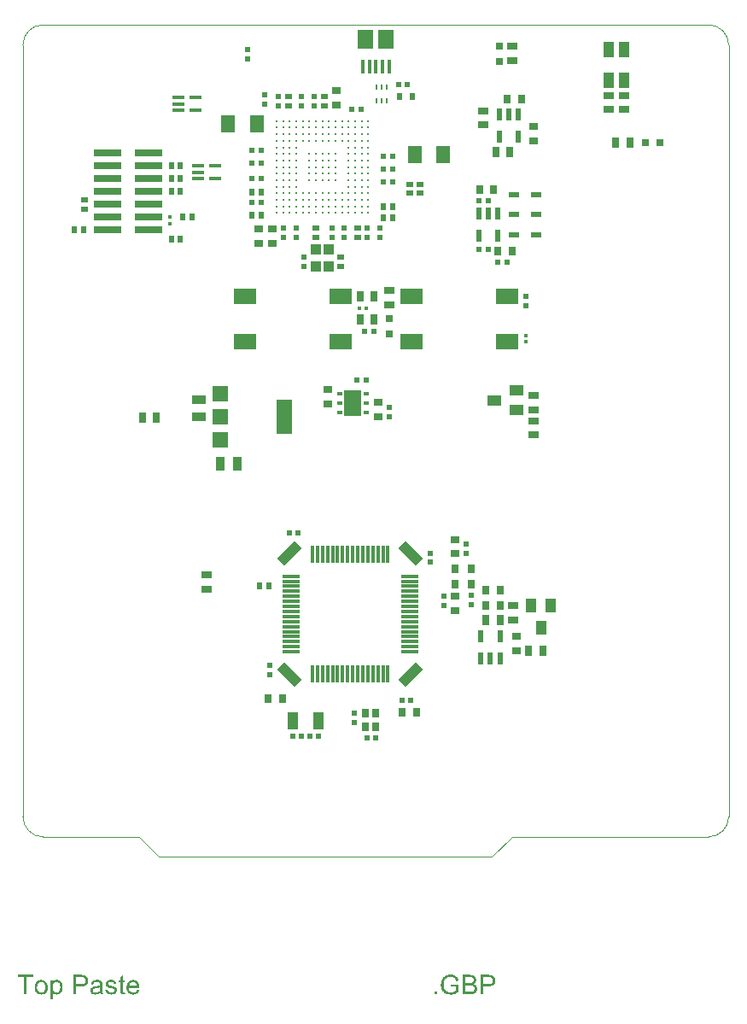
<source format=gtp>
G04 Layer_Color=33789*
%FSLAX43Y43*%
%MOMM*%
G71*
G01*
G75*
%ADD10R,1.000X0.640*%
%ADD11R,0.640X1.000*%
%ADD12R,1.000X0.640*%
%ADD13C,0.100*%
%ADD14R,1.000X0.640*%
%ADD15R,0.560X0.510*%
%ADD16R,1.200X0.400*%
%ADD17R,0.330X0.425*%
%ADD18R,0.425X0.330*%
%ADD19R,0.640X1.000*%
%ADD20R,0.640X0.890*%
%ADD21R,0.510X0.560*%
%ADD22R,0.890X0.640*%
%ADD23R,0.800X0.950*%
%ADD24R,0.800X0.800*%
%ADD25R,0.510X0.700*%
%ADD26R,1.400X0.900*%
%ADD27R,0.700X0.510*%
%ADD28R,1.060X0.540*%
%ADD29R,1.000X1.400*%
%ADD30R,1.400X1.780*%
%ADD31R,0.900X1.400*%
%ADD32R,2.790X0.740*%
%ADD33R,0.400X1.350*%
%ADD34R,1.500X1.900*%
%ADD35R,0.750X0.850*%
%ADD36R,1.000X1.800*%
%ADD37R,0.550X0.800*%
%ADD38R,0.250X0.600*%
%ADD39R,0.500X0.450*%
%ADD40R,1.700X2.500*%
%ADD41R,1.700X0.300*%
%ADD42R,0.300X1.700*%
G04:AMPARAMS|DCode=43|XSize=1mm|YSize=2.5mm|CornerRadius=0mm|HoleSize=0mm|Usage=FLASHONLY|Rotation=225.000|XOffset=0mm|YOffset=0mm|HoleType=Round|Shape=Rectangle|*
%AMROTATEDRECTD43*
4,1,4,-0.530,1.237,1.237,-0.530,0.530,-1.237,-1.237,0.530,-0.530,1.237,0.0*
%
%ADD43ROTATEDRECTD43*%

G04:AMPARAMS|DCode=44|XSize=1mm|YSize=2.5mm|CornerRadius=0mm|HoleSize=0mm|Usage=FLASHONLY|Rotation=135.000|XOffset=0mm|YOffset=0mm|HoleType=Round|Shape=Rectangle|*
%AMROTATEDRECTD44*
4,1,4,1.237,0.530,-0.530,-1.237,-1.237,-0.530,0.530,1.237,1.237,0.530,0.0*
%
%ADD44ROTATEDRECTD44*%

%ADD45R,0.600X1.300*%
%ADD46C,0.250*%
%ADD47R,0.800X0.800*%
%ADD48R,1.100X1.500*%
%ADD49R,1.400X1.000*%
%ADD50R,1.000X1.000*%
%ADD51R,1.650X1.500*%
%ADD52R,1.650X3.500*%
%ADD53R,2.160X1.520*%
G36*
X10974Y-12186D02*
X10996Y-12188D01*
X11024Y-12194D01*
X11054Y-12199D01*
X11090Y-12208D01*
X11124Y-12216D01*
X11163Y-12230D01*
X11199Y-12244D01*
X11238Y-12263D01*
X11276Y-12286D01*
X11315Y-12311D01*
X11351Y-12341D01*
X11385Y-12374D01*
X11388Y-12377D01*
X11393Y-12383D01*
X11401Y-12394D01*
X11413Y-12410D01*
X11426Y-12430D01*
X11440Y-12452D01*
X11457Y-12480D01*
X11474Y-12513D01*
X11490Y-12549D01*
X11507Y-12588D01*
X11521Y-12633D01*
X11535Y-12680D01*
X11546Y-12732D01*
X11554Y-12788D01*
X11560Y-12846D01*
X11562Y-12910D01*
Y-12913D01*
Y-12924D01*
Y-12943D01*
X11560Y-12971D01*
X10519D01*
Y-12974D01*
Y-12982D01*
X10521Y-12993D01*
Y-13010D01*
X10524Y-13030D01*
X10530Y-13052D01*
X10538Y-13102D01*
X10555Y-13157D01*
X10577Y-13218D01*
X10607Y-13274D01*
X10646Y-13324D01*
X10649D01*
X10652Y-13329D01*
X10669Y-13343D01*
X10693Y-13363D01*
X10727Y-13382D01*
X10771Y-13404D01*
X10821Y-13424D01*
X10877Y-13438D01*
X10907Y-13440D01*
X10941Y-13443D01*
X10963D01*
X10988Y-13440D01*
X11018Y-13435D01*
X11052Y-13427D01*
X11090Y-13415D01*
X11127Y-13399D01*
X11163Y-13377D01*
X11165Y-13374D01*
X11179Y-13363D01*
X11196Y-13346D01*
X11215Y-13324D01*
X11238Y-13293D01*
X11263Y-13254D01*
X11288Y-13210D01*
X11310Y-13157D01*
X11554Y-13188D01*
Y-13191D01*
X11551Y-13196D01*
X11549Y-13207D01*
X11543Y-13224D01*
X11535Y-13241D01*
X11526Y-13263D01*
X11504Y-13310D01*
X11476Y-13363D01*
X11438Y-13418D01*
X11393Y-13471D01*
X11338Y-13521D01*
X11335D01*
X11329Y-13526D01*
X11321Y-13532D01*
X11310Y-13540D01*
X11293Y-13549D01*
X11276Y-13557D01*
X11254Y-13568D01*
X11229Y-13579D01*
X11202Y-13590D01*
X11174Y-13601D01*
X11104Y-13618D01*
X11027Y-13632D01*
X10941Y-13638D01*
X10910D01*
X10891Y-13635D01*
X10866Y-13632D01*
X10835Y-13626D01*
X10802Y-13621D01*
X10766Y-13615D01*
X10688Y-13593D01*
X10646Y-13576D01*
X10607Y-13560D01*
X10566Y-13538D01*
X10527Y-13513D01*
X10491Y-13485D01*
X10455Y-13452D01*
X10452Y-13449D01*
X10446Y-13443D01*
X10438Y-13432D01*
X10427Y-13415D01*
X10413Y-13396D01*
X10399Y-13374D01*
X10383Y-13346D01*
X10366Y-13316D01*
X10349Y-13279D01*
X10333Y-13241D01*
X10319Y-13196D01*
X10305Y-13149D01*
X10294Y-13099D01*
X10285Y-13043D01*
X10280Y-12985D01*
X10277Y-12924D01*
Y-12921D01*
Y-12907D01*
Y-12891D01*
X10280Y-12866D01*
X10283Y-12835D01*
X10285Y-12802D01*
X10291Y-12763D01*
X10299Y-12724D01*
X10321Y-12635D01*
X10335Y-12591D01*
X10352Y-12544D01*
X10374Y-12499D01*
X10399Y-12458D01*
X10427Y-12416D01*
X10458Y-12377D01*
X10460Y-12374D01*
X10466Y-12369D01*
X10477Y-12360D01*
X10491Y-12347D01*
X10507Y-12333D01*
X10530Y-12316D01*
X10555Y-12297D01*
X10585Y-12280D01*
X10616Y-12261D01*
X10652Y-12244D01*
X10691Y-12227D01*
X10732Y-12213D01*
X10777Y-12199D01*
X10824Y-12191D01*
X10874Y-12186D01*
X10927Y-12183D01*
X10954D01*
X10974Y-12186D01*
D02*
G37*
G36*
X1860D02*
X1885Y-12188D01*
X1912Y-12194D01*
X1943Y-12199D01*
X1979Y-12205D01*
X2054Y-12230D01*
X2093Y-12244D01*
X2132Y-12263D01*
X2171Y-12283D01*
X2209Y-12311D01*
X2245Y-12338D01*
X2282Y-12372D01*
X2284Y-12374D01*
X2290Y-12380D01*
X2298Y-12391D01*
X2309Y-12405D01*
X2323Y-12424D01*
X2340Y-12449D01*
X2356Y-12477D01*
X2373Y-12508D01*
X2390Y-12541D01*
X2406Y-12583D01*
X2423Y-12624D01*
X2437Y-12671D01*
X2448Y-12721D01*
X2456Y-12774D01*
X2462Y-12830D01*
X2465Y-12891D01*
Y-12894D01*
Y-12902D01*
Y-12916D01*
Y-12935D01*
X2462Y-12957D01*
X2459Y-12985D01*
Y-13013D01*
X2454Y-13043D01*
X2445Y-13113D01*
X2429Y-13182D01*
X2409Y-13252D01*
X2381Y-13316D01*
Y-13318D01*
X2379Y-13321D01*
X2373Y-13329D01*
X2368Y-13340D01*
X2348Y-13368D01*
X2323Y-13402D01*
X2290Y-13440D01*
X2248Y-13479D01*
X2201Y-13518D01*
X2146Y-13554D01*
X2143D01*
X2140Y-13557D01*
X2132Y-13563D01*
X2118Y-13568D01*
X2104Y-13574D01*
X2087Y-13579D01*
X2046Y-13596D01*
X1998Y-13610D01*
X1940Y-13624D01*
X1879Y-13635D01*
X1812Y-13638D01*
X1785D01*
X1762Y-13635D01*
X1737Y-13632D01*
X1710Y-13626D01*
X1676Y-13621D01*
X1643Y-13615D01*
X1568Y-13593D01*
X1526Y-13576D01*
X1488Y-13560D01*
X1449Y-13538D01*
X1410Y-13513D01*
X1374Y-13485D01*
X1338Y-13452D01*
X1335Y-13449D01*
X1329Y-13443D01*
X1321Y-13432D01*
X1310Y-13415D01*
X1296Y-13396D01*
X1282Y-13374D01*
X1265Y-13346D01*
X1249Y-13313D01*
X1232Y-13277D01*
X1215Y-13235D01*
X1202Y-13191D01*
X1188Y-13143D01*
X1177Y-13091D01*
X1168Y-13035D01*
X1163Y-12974D01*
X1160Y-12910D01*
Y-12905D01*
Y-12894D01*
X1163Y-12874D01*
Y-12846D01*
X1166Y-12816D01*
X1171Y-12777D01*
X1177Y-12738D01*
X1188Y-12694D01*
X1199Y-12649D01*
X1213Y-12602D01*
X1229Y-12552D01*
X1252Y-12505D01*
X1274Y-12460D01*
X1304Y-12416D01*
X1335Y-12374D01*
X1374Y-12338D01*
X1377Y-12335D01*
X1382Y-12333D01*
X1393Y-12324D01*
X1407Y-12313D01*
X1424Y-12302D01*
X1446Y-12288D01*
X1468Y-12274D01*
X1496Y-12261D01*
X1526Y-12247D01*
X1560Y-12233D01*
X1635Y-12208D01*
X1721Y-12188D01*
X1765Y-12186D01*
X1812Y-12183D01*
X1840D01*
X1860Y-12186D01*
D02*
G37*
G36*
X1016Y-11914D02*
X383D01*
Y-13607D01*
X127D01*
Y-11914D01*
X-506D01*
Y-11686D01*
X1016D01*
Y-11914D01*
D02*
G37*
G36*
X9886Y-12213D02*
X10124D01*
Y-12397D01*
X9886D01*
Y-13216D01*
Y-13221D01*
Y-13232D01*
Y-13249D01*
X9888Y-13268D01*
X9891Y-13313D01*
X9894Y-13332D01*
X9897Y-13346D01*
X9899Y-13352D01*
X9908Y-13363D01*
X9919Y-13377D01*
X9938Y-13390D01*
X9944Y-13393D01*
X9958Y-13399D01*
X9983Y-13404D01*
X10019Y-13407D01*
X10047D01*
X10061Y-13404D01*
X10080D01*
X10102Y-13402D01*
X10124Y-13399D01*
X10155Y-13607D01*
X10149D01*
X10138Y-13610D01*
X10119Y-13613D01*
X10094Y-13615D01*
X10066Y-13621D01*
X10036Y-13624D01*
X9974Y-13626D01*
X9952D01*
X9930Y-13624D01*
X9902Y-13621D01*
X9869Y-13618D01*
X9836Y-13610D01*
X9805Y-13601D01*
X9775Y-13588D01*
X9772Y-13585D01*
X9763Y-13579D01*
X9752Y-13571D01*
X9736Y-13557D01*
X9722Y-13543D01*
X9705Y-13524D01*
X9689Y-13504D01*
X9677Y-13479D01*
Y-13477D01*
X9672Y-13465D01*
X9669Y-13446D01*
X9664Y-13418D01*
X9658Y-13382D01*
X9655Y-13360D01*
Y-13335D01*
X9652Y-13304D01*
X9650Y-13274D01*
Y-13241D01*
Y-13202D01*
Y-12397D01*
X9475D01*
Y-12213D01*
X9650D01*
Y-11869D01*
X9886Y-11727D01*
Y-12213D01*
D02*
G37*
G36*
X44370Y-11689D02*
X44392D01*
X44442Y-11694D01*
X44498Y-11700D01*
X44556Y-11711D01*
X44614Y-11725D01*
X44667Y-11744D01*
X44670D01*
X44673Y-11747D01*
X44689Y-11755D01*
X44714Y-11769D01*
X44742Y-11789D01*
X44775Y-11814D01*
X44812Y-11844D01*
X44845Y-11883D01*
X44875Y-11925D01*
X44878Y-11930D01*
X44886Y-11947D01*
X44900Y-11969D01*
X44914Y-12002D01*
X44928Y-12041D01*
X44942Y-12083D01*
X44950Y-12130D01*
X44953Y-12177D01*
Y-12183D01*
Y-12197D01*
X44950Y-12222D01*
X44945Y-12252D01*
X44936Y-12288D01*
X44923Y-12327D01*
X44906Y-12366D01*
X44884Y-12408D01*
X44881Y-12413D01*
X44873Y-12424D01*
X44856Y-12447D01*
X44834Y-12469D01*
X44806Y-12497D01*
X44773Y-12527D01*
X44731Y-12555D01*
X44684Y-12583D01*
X44687D01*
X44692Y-12585D01*
X44700Y-12588D01*
X44712Y-12594D01*
X44745Y-12605D01*
X44784Y-12624D01*
X44825Y-12649D01*
X44873Y-12680D01*
X44914Y-12716D01*
X44953Y-12760D01*
X44956Y-12766D01*
X44967Y-12782D01*
X44984Y-12807D01*
X45000Y-12841D01*
X45017Y-12885D01*
X45034Y-12932D01*
X45045Y-12988D01*
X45048Y-13049D01*
Y-13052D01*
Y-13055D01*
Y-13071D01*
X45045Y-13099D01*
X45039Y-13132D01*
X45034Y-13171D01*
X45023Y-13213D01*
X45009Y-13257D01*
X44989Y-13302D01*
X44986Y-13307D01*
X44978Y-13321D01*
X44967Y-13340D01*
X44950Y-13368D01*
X44928Y-13396D01*
X44906Y-13427D01*
X44878Y-13457D01*
X44848Y-13482D01*
X44845Y-13485D01*
X44834Y-13493D01*
X44814Y-13504D01*
X44789Y-13515D01*
X44759Y-13532D01*
X44723Y-13549D01*
X44684Y-13563D01*
X44637Y-13576D01*
X44631D01*
X44614Y-13582D01*
X44587Y-13585D01*
X44551Y-13590D01*
X44506Y-13596D01*
X44453Y-13601D01*
X44395Y-13604D01*
X44328Y-13607D01*
X43596D01*
Y-11686D01*
X44351D01*
X44370Y-11689D01*
D02*
G37*
G36*
X41078Y-13607D02*
X40808D01*
Y-13338D01*
X41078D01*
Y-13607D01*
D02*
G37*
G36*
X42466Y-11655D02*
X42488D01*
X42541Y-11661D01*
X42599Y-11669D01*
X42660Y-11683D01*
X42727Y-11700D01*
X42790Y-11722D01*
X42793D01*
X42799Y-11725D01*
X42807Y-11727D01*
X42818Y-11733D01*
X42849Y-11750D01*
X42888Y-11769D01*
X42929Y-11797D01*
X42974Y-11830D01*
X43015Y-11866D01*
X43054Y-11911D01*
X43060Y-11916D01*
X43071Y-11933D01*
X43088Y-11958D01*
X43110Y-11994D01*
X43132Y-12038D01*
X43157Y-12094D01*
X43182Y-12155D01*
X43201Y-12224D01*
X42971Y-12286D01*
Y-12283D01*
X42968Y-12280D01*
X42965Y-12272D01*
X42963Y-12261D01*
X42954Y-12236D01*
X42943Y-12202D01*
X42926Y-12163D01*
X42907Y-12127D01*
X42888Y-12088D01*
X42863Y-12055D01*
X42860Y-12052D01*
X42852Y-12041D01*
X42835Y-12027D01*
X42815Y-12008D01*
X42790Y-11986D01*
X42757Y-11963D01*
X42721Y-11941D01*
X42679Y-11922D01*
X42674Y-11919D01*
X42660Y-11914D01*
X42635Y-11905D01*
X42602Y-11894D01*
X42563Y-11886D01*
X42518Y-11877D01*
X42468Y-11872D01*
X42416Y-11869D01*
X42385D01*
X42371Y-11872D01*
X42355D01*
X42313Y-11875D01*
X42266Y-11883D01*
X42213Y-11891D01*
X42163Y-11905D01*
X42113Y-11925D01*
X42107Y-11927D01*
X42091Y-11933D01*
X42069Y-11947D01*
X42041Y-11961D01*
X42008Y-11983D01*
X41971Y-12005D01*
X41938Y-12033D01*
X41908Y-12063D01*
X41905Y-12066D01*
X41894Y-12077D01*
X41880Y-12097D01*
X41863Y-12119D01*
X41844Y-12147D01*
X41824Y-12180D01*
X41805Y-12216D01*
X41785Y-12255D01*
Y-12258D01*
X41783Y-12263D01*
X41780Y-12272D01*
X41774Y-12286D01*
X41769Y-12302D01*
X41763Y-12322D01*
X41755Y-12344D01*
X41749Y-12369D01*
X41735Y-12427D01*
X41724Y-12494D01*
X41716Y-12563D01*
X41713Y-12641D01*
Y-12644D01*
Y-12652D01*
Y-12666D01*
X41716Y-12683D01*
Y-12705D01*
X41719Y-12732D01*
X41722Y-12760D01*
X41724Y-12791D01*
X41735Y-12860D01*
X41749Y-12932D01*
X41772Y-13005D01*
X41799Y-13074D01*
Y-13077D01*
X41805Y-13082D01*
X41808Y-13091D01*
X41816Y-13102D01*
X41835Y-13132D01*
X41866Y-13171D01*
X41902Y-13213D01*
X41946Y-13254D01*
X41999Y-13293D01*
X42058Y-13329D01*
X42060D01*
X42066Y-13332D01*
X42074Y-13338D01*
X42088Y-13343D01*
X42102Y-13349D01*
X42121Y-13354D01*
X42166Y-13371D01*
X42221Y-13385D01*
X42282Y-13399D01*
X42349Y-13410D01*
X42418Y-13413D01*
X42446D01*
X42463Y-13410D01*
X42480D01*
X42521Y-13404D01*
X42571Y-13399D01*
X42624Y-13388D01*
X42682Y-13371D01*
X42740Y-13352D01*
X42743D01*
X42749Y-13349D01*
X42754Y-13346D01*
X42765Y-13340D01*
X42796Y-13327D01*
X42829Y-13310D01*
X42868Y-13291D01*
X42910Y-13268D01*
X42949Y-13243D01*
X42982Y-13216D01*
Y-12855D01*
X42416D01*
Y-12627D01*
X43232D01*
Y-13340D01*
X43229Y-13343D01*
X43224Y-13346D01*
X43212Y-13354D01*
X43199Y-13365D01*
X43182Y-13377D01*
X43162Y-13390D01*
X43137Y-13407D01*
X43112Y-13424D01*
X43054Y-13460D01*
X42988Y-13499D01*
X42918Y-13535D01*
X42843Y-13565D01*
X42840D01*
X42835Y-13568D01*
X42824Y-13571D01*
X42810Y-13576D01*
X42790Y-13582D01*
X42768Y-13590D01*
X42743Y-13596D01*
X42718Y-13601D01*
X42657Y-13615D01*
X42588Y-13629D01*
X42513Y-13638D01*
X42435Y-13640D01*
X42407D01*
X42388Y-13638D01*
X42363D01*
X42332Y-13635D01*
X42299Y-13629D01*
X42263Y-13626D01*
X42182Y-13610D01*
X42096Y-13590D01*
X42008Y-13560D01*
X41963Y-13543D01*
X41919Y-13521D01*
X41916Y-13518D01*
X41908Y-13515D01*
X41896Y-13507D01*
X41880Y-13499D01*
X41860Y-13485D01*
X41841Y-13471D01*
X41788Y-13432D01*
X41733Y-13382D01*
X41674Y-13321D01*
X41619Y-13252D01*
X41569Y-13171D01*
Y-13168D01*
X41563Y-13160D01*
X41558Y-13149D01*
X41549Y-13129D01*
X41541Y-13110D01*
X41533Y-13082D01*
X41522Y-13055D01*
X41511Y-13021D01*
X41500Y-12985D01*
X41488Y-12943D01*
X41480Y-12902D01*
X41472Y-12857D01*
X41458Y-12760D01*
X41452Y-12658D01*
Y-12655D01*
Y-12644D01*
Y-12630D01*
X41455Y-12610D01*
Y-12585D01*
X41458Y-12555D01*
X41463Y-12524D01*
X41466Y-12488D01*
X41475Y-12449D01*
X41480Y-12408D01*
X41502Y-12319D01*
X41530Y-12227D01*
X41569Y-12136D01*
X41572Y-12133D01*
X41574Y-12125D01*
X41580Y-12113D01*
X41591Y-12097D01*
X41602Y-12075D01*
X41616Y-12052D01*
X41655Y-12000D01*
X41702Y-11938D01*
X41760Y-11880D01*
X41827Y-11822D01*
X41866Y-11797D01*
X41905Y-11772D01*
X41908Y-11769D01*
X41916Y-11766D01*
X41927Y-11761D01*
X41944Y-11752D01*
X41966Y-11744D01*
X41991Y-11733D01*
X42019Y-11722D01*
X42052Y-11711D01*
X42088Y-11700D01*
X42127Y-11691D01*
X42169Y-11680D01*
X42213Y-11672D01*
X42310Y-11658D01*
X42360Y-11653D01*
X42449D01*
X42466Y-11655D01*
D02*
G37*
G36*
X46227Y-11689D02*
X46275Y-11691D01*
X46325Y-11694D01*
X46372Y-11700D01*
X46413Y-11705D01*
X46419D01*
X46438Y-11711D01*
X46463Y-11716D01*
X46497Y-11725D01*
X46533Y-11739D01*
X46572Y-11755D01*
X46613Y-11775D01*
X46649Y-11797D01*
X46655Y-11800D01*
X46666Y-11808D01*
X46683Y-11825D01*
X46705Y-11844D01*
X46730Y-11869D01*
X46755Y-11902D01*
X46783Y-11938D01*
X46805Y-11980D01*
X46808Y-11986D01*
X46813Y-12000D01*
X46824Y-12025D01*
X46835Y-12058D01*
X46844Y-12097D01*
X46855Y-12141D01*
X46860Y-12191D01*
X46863Y-12244D01*
Y-12247D01*
Y-12255D01*
Y-12266D01*
X46860Y-12286D01*
X46858Y-12305D01*
X46855Y-12330D01*
X46849Y-12358D01*
X46844Y-12388D01*
X46824Y-12452D01*
X46813Y-12485D01*
X46797Y-12521D01*
X46777Y-12558D01*
X46758Y-12591D01*
X46733Y-12624D01*
X46705Y-12658D01*
X46702Y-12660D01*
X46697Y-12666D01*
X46688Y-12674D01*
X46674Y-12683D01*
X46658Y-12696D01*
X46636Y-12710D01*
X46608Y-12727D01*
X46577Y-12741D01*
X46541Y-12757D01*
X46499Y-12774D01*
X46455Y-12788D01*
X46402Y-12799D01*
X46347Y-12810D01*
X46286Y-12819D01*
X46216Y-12824D01*
X46144Y-12827D01*
X45653D01*
Y-13607D01*
X45397D01*
Y-11686D01*
X46186D01*
X46227Y-11689D01*
D02*
G37*
G36*
X5843D02*
X5891Y-11691D01*
X5941Y-11694D01*
X5988Y-11700D01*
X6029Y-11705D01*
X6035D01*
X6054Y-11711D01*
X6079Y-11716D01*
X6113Y-11725D01*
X6149Y-11739D01*
X6188Y-11755D01*
X6229Y-11775D01*
X6265Y-11797D01*
X6271Y-11800D01*
X6282Y-11808D01*
X6299Y-11825D01*
X6321Y-11844D01*
X6346Y-11869D01*
X6371Y-11902D01*
X6399Y-11938D01*
X6421Y-11980D01*
X6424Y-11986D01*
X6429Y-12000D01*
X6440Y-12025D01*
X6451Y-12058D01*
X6460Y-12097D01*
X6471Y-12141D01*
X6476Y-12191D01*
X6479Y-12244D01*
Y-12247D01*
Y-12255D01*
Y-12266D01*
X6476Y-12286D01*
X6474Y-12305D01*
X6471Y-12330D01*
X6465Y-12358D01*
X6460Y-12388D01*
X6440Y-12452D01*
X6429Y-12485D01*
X6413Y-12521D01*
X6393Y-12558D01*
X6374Y-12591D01*
X6349Y-12624D01*
X6321Y-12658D01*
X6318Y-12660D01*
X6313Y-12666D01*
X6304Y-12674D01*
X6290Y-12683D01*
X6274Y-12696D01*
X6252Y-12710D01*
X6224Y-12727D01*
X6193Y-12741D01*
X6157Y-12757D01*
X6115Y-12774D01*
X6071Y-12788D01*
X6018Y-12799D01*
X5963Y-12810D01*
X5902Y-12819D01*
X5832Y-12824D01*
X5760Y-12827D01*
X5269D01*
Y-13607D01*
X5013D01*
Y-11686D01*
X5802D01*
X5843Y-11689D01*
D02*
G37*
G36*
X8781Y-12186D02*
X8822Y-12188D01*
X8867Y-12194D01*
X8914Y-12205D01*
X8964Y-12216D01*
X9011Y-12233D01*
X9014D01*
X9017Y-12236D01*
X9031Y-12241D01*
X9053Y-12252D01*
X9081Y-12266D01*
X9111Y-12286D01*
X9142Y-12308D01*
X9169Y-12333D01*
X9194Y-12360D01*
X9197Y-12363D01*
X9203Y-12374D01*
X9214Y-12394D01*
X9228Y-12416D01*
X9242Y-12449D01*
X9255Y-12485D01*
X9267Y-12527D01*
X9278Y-12574D01*
X9047Y-12605D01*
Y-12599D01*
X9044Y-12588D01*
X9039Y-12569D01*
X9031Y-12544D01*
X9017Y-12519D01*
X9000Y-12491D01*
X8981Y-12463D01*
X8953Y-12438D01*
X8950Y-12435D01*
X8939Y-12430D01*
X8922Y-12419D01*
X8897Y-12408D01*
X8870Y-12397D01*
X8833Y-12385D01*
X8789Y-12380D01*
X8742Y-12377D01*
X8714D01*
X8686Y-12380D01*
X8650Y-12383D01*
X8614Y-12391D01*
X8575Y-12399D01*
X8539Y-12413D01*
X8509Y-12433D01*
X8506Y-12435D01*
X8498Y-12441D01*
X8486Y-12452D01*
X8475Y-12469D01*
X8461Y-12485D01*
X8450Y-12508D01*
X8442Y-12533D01*
X8439Y-12558D01*
Y-12560D01*
Y-12566D01*
X8442Y-12574D01*
Y-12585D01*
X8450Y-12613D01*
X8467Y-12641D01*
X8470Y-12644D01*
X8473Y-12646D01*
X8478Y-12655D01*
X8489Y-12663D01*
X8500Y-12671D01*
X8517Y-12683D01*
X8536Y-12691D01*
X8559Y-12702D01*
X8561D01*
X8567Y-12705D01*
X8578Y-12708D01*
X8597Y-12716D01*
X8625Y-12724D01*
X8661Y-12732D01*
X8684Y-12741D01*
X8708Y-12746D01*
X8736Y-12755D01*
X8767Y-12763D01*
X8770D01*
X8778Y-12766D01*
X8792Y-12769D01*
X8808Y-12774D01*
X8828Y-12780D01*
X8853Y-12785D01*
X8906Y-12802D01*
X8964Y-12819D01*
X9022Y-12838D01*
X9075Y-12857D01*
X9097Y-12866D01*
X9117Y-12874D01*
X9122Y-12877D01*
X9133Y-12882D01*
X9150Y-12891D01*
X9175Y-12905D01*
X9200Y-12921D01*
X9225Y-12943D01*
X9250Y-12968D01*
X9272Y-12996D01*
X9275Y-12999D01*
X9280Y-13010D01*
X9292Y-13027D01*
X9303Y-13052D01*
X9311Y-13082D01*
X9322Y-13116D01*
X9328Y-13154D01*
X9330Y-13199D01*
Y-13204D01*
Y-13218D01*
X9328Y-13241D01*
X9322Y-13271D01*
X9314Y-13304D01*
X9300Y-13340D01*
X9283Y-13382D01*
X9261Y-13421D01*
X9258Y-13427D01*
X9247Y-13438D01*
X9233Y-13457D01*
X9211Y-13479D01*
X9180Y-13504D01*
X9147Y-13532D01*
X9108Y-13557D01*
X9061Y-13582D01*
X9058D01*
X9056Y-13585D01*
X9039Y-13590D01*
X9011Y-13599D01*
X8975Y-13610D01*
X8931Y-13621D01*
X8881Y-13629D01*
X8828Y-13635D01*
X8767Y-13638D01*
X8742D01*
X8722Y-13635D01*
X8700D01*
X8672Y-13632D01*
X8645Y-13629D01*
X8614Y-13624D01*
X8547Y-13610D01*
X8478Y-13590D01*
X8411Y-13563D01*
X8381Y-13546D01*
X8353Y-13526D01*
X8350Y-13524D01*
X8348Y-13521D01*
X8331Y-13504D01*
X8306Y-13479D01*
X8278Y-13440D01*
X8248Y-13393D01*
X8217Y-13338D01*
X8192Y-13268D01*
X8173Y-13191D01*
X8406Y-13154D01*
Y-13157D01*
Y-13160D01*
X8411Y-13177D01*
X8417Y-13204D01*
X8428Y-13235D01*
X8442Y-13268D01*
X8459Y-13304D01*
X8484Y-13340D01*
X8514Y-13371D01*
X8520Y-13374D01*
X8531Y-13382D01*
X8553Y-13393D01*
X8581Y-13407D01*
X8617Y-13421D01*
X8659Y-13432D01*
X8708Y-13440D01*
X8767Y-13443D01*
X8795D01*
X8822Y-13440D01*
X8858Y-13435D01*
X8897Y-13427D01*
X8939Y-13415D01*
X8975Y-13402D01*
X9008Y-13379D01*
X9011Y-13377D01*
X9022Y-13368D01*
X9033Y-13354D01*
X9050Y-13335D01*
X9064Y-13313D01*
X9078Y-13285D01*
X9086Y-13257D01*
X9089Y-13224D01*
Y-13221D01*
Y-13210D01*
X9086Y-13196D01*
X9081Y-13177D01*
X9072Y-13157D01*
X9058Y-13138D01*
X9042Y-13116D01*
X9017Y-13099D01*
X9014Y-13096D01*
X9006Y-13093D01*
X8992Y-13085D01*
X8969Y-13077D01*
X8936Y-13066D01*
X8917Y-13057D01*
X8894Y-13052D01*
X8870Y-13043D01*
X8842Y-13035D01*
X8811Y-13027D01*
X8775Y-13018D01*
X8772D01*
X8764Y-13016D01*
X8750Y-13013D01*
X8733Y-13007D01*
X8711Y-13002D01*
X8686Y-12993D01*
X8634Y-12980D01*
X8572Y-12960D01*
X8514Y-12943D01*
X8459Y-12924D01*
X8434Y-12913D01*
X8414Y-12905D01*
X8409Y-12902D01*
X8398Y-12896D01*
X8381Y-12885D01*
X8359Y-12871D01*
X8334Y-12852D01*
X8309Y-12830D01*
X8284Y-12805D01*
X8262Y-12774D01*
X8259Y-12771D01*
X8253Y-12760D01*
X8245Y-12741D01*
X8237Y-12719D01*
X8228Y-12691D01*
X8220Y-12658D01*
X8214Y-12624D01*
X8212Y-12585D01*
Y-12580D01*
Y-12569D01*
X8214Y-12552D01*
X8217Y-12527D01*
X8223Y-12502D01*
X8228Y-12472D01*
X8239Y-12444D01*
X8253Y-12413D01*
X8256Y-12410D01*
X8262Y-12399D01*
X8270Y-12385D01*
X8284Y-12366D01*
X8300Y-12347D01*
X8320Y-12322D01*
X8342Y-12299D01*
X8370Y-12280D01*
X8373Y-12277D01*
X8381Y-12274D01*
X8392Y-12266D01*
X8409Y-12258D01*
X8431Y-12247D01*
X8456Y-12236D01*
X8486Y-12224D01*
X8520Y-12213D01*
X8525Y-12211D01*
X8536Y-12208D01*
X8556Y-12202D01*
X8581Y-12197D01*
X8611Y-12191D01*
X8645Y-12188D01*
X8684Y-12183D01*
X8750D01*
X8781Y-12186D01*
D02*
G37*
G36*
X3403D02*
X3423Y-12188D01*
X3464Y-12194D01*
X3514Y-12205D01*
X3567Y-12222D01*
X3620Y-12247D01*
X3672Y-12277D01*
X3675D01*
X3678Y-12283D01*
X3695Y-12294D01*
X3720Y-12316D01*
X3750Y-12344D01*
X3783Y-12380D01*
X3817Y-12424D01*
X3850Y-12477D01*
X3878Y-12535D01*
Y-12538D01*
X3881Y-12544D01*
X3883Y-12552D01*
X3889Y-12563D01*
X3895Y-12580D01*
X3900Y-12599D01*
X3914Y-12644D01*
X3928Y-12699D01*
X3939Y-12760D01*
X3947Y-12830D01*
X3950Y-12902D01*
Y-12905D01*
Y-12910D01*
Y-12921D01*
Y-12938D01*
X3947Y-12957D01*
Y-12980D01*
X3942Y-13030D01*
X3931Y-13091D01*
X3917Y-13154D01*
X3897Y-13221D01*
X3872Y-13288D01*
Y-13291D01*
X3870Y-13296D01*
X3864Y-13304D01*
X3858Y-13316D01*
X3839Y-13346D01*
X3814Y-13385D01*
X3783Y-13427D01*
X3745Y-13468D01*
X3700Y-13510D01*
X3647Y-13549D01*
X3645D01*
X3642Y-13551D01*
X3634Y-13557D01*
X3622Y-13563D01*
X3595Y-13576D01*
X3556Y-13593D01*
X3509Y-13610D01*
X3459Y-13624D01*
X3400Y-13635D01*
X3342Y-13638D01*
X3323D01*
X3300Y-13635D01*
X3273Y-13632D01*
X3239Y-13626D01*
X3203Y-13618D01*
X3167Y-13607D01*
X3131Y-13590D01*
X3128Y-13588D01*
X3114Y-13582D01*
X3098Y-13571D01*
X3076Y-13554D01*
X3053Y-13538D01*
X3026Y-13515D01*
X3001Y-13490D01*
X2978Y-13463D01*
Y-14140D01*
X2742D01*
Y-12213D01*
X2956D01*
Y-12397D01*
X2959Y-12391D01*
X2970Y-12380D01*
X2984Y-12360D01*
X3006Y-12338D01*
X3031Y-12311D01*
X3059Y-12286D01*
X3092Y-12261D01*
X3126Y-12238D01*
X3131Y-12236D01*
X3142Y-12230D01*
X3164Y-12222D01*
X3192Y-12211D01*
X3225Y-12199D01*
X3264Y-12191D01*
X3309Y-12186D01*
X3359Y-12183D01*
X3389D01*
X3403Y-12186D01*
D02*
G37*
G36*
X7423D02*
X7465Y-12188D01*
X7512Y-12194D01*
X7559Y-12202D01*
X7606Y-12213D01*
X7651Y-12227D01*
X7656Y-12230D01*
X7670Y-12236D01*
X7690Y-12244D01*
X7715Y-12255D01*
X7742Y-12272D01*
X7770Y-12288D01*
X7795Y-12311D01*
X7817Y-12333D01*
X7820Y-12335D01*
X7826Y-12344D01*
X7834Y-12358D01*
X7845Y-12374D01*
X7859Y-12399D01*
X7870Y-12424D01*
X7881Y-12455D01*
X7890Y-12491D01*
Y-12494D01*
X7892Y-12502D01*
X7895Y-12519D01*
X7898Y-12541D01*
Y-12571D01*
X7901Y-12608D01*
X7903Y-12655D01*
Y-12708D01*
Y-13024D01*
Y-13027D01*
Y-13038D01*
Y-13055D01*
Y-13077D01*
Y-13102D01*
Y-13132D01*
X7906Y-13199D01*
Y-13268D01*
X7909Y-13338D01*
X7912Y-13368D01*
Y-13396D01*
X7915Y-13421D01*
X7917Y-13440D01*
Y-13443D01*
X7920Y-13454D01*
X7923Y-13471D01*
X7931Y-13493D01*
X7937Y-13518D01*
X7948Y-13546D01*
X7962Y-13576D01*
X7976Y-13607D01*
X7728D01*
X7726Y-13604D01*
X7723Y-13593D01*
X7717Y-13579D01*
X7709Y-13557D01*
X7701Y-13532D01*
X7695Y-13502D01*
X7690Y-13468D01*
X7684Y-13432D01*
X7681D01*
X7679Y-13438D01*
X7662Y-13452D01*
X7637Y-13471D01*
X7604Y-13496D01*
X7562Y-13521D01*
X7520Y-13549D01*
X7476Y-13574D01*
X7429Y-13593D01*
X7423Y-13596D01*
X7406Y-13599D01*
X7381Y-13607D01*
X7351Y-13615D01*
X7312Y-13624D01*
X7268Y-13629D01*
X7218Y-13635D01*
X7168Y-13638D01*
X7145D01*
X7129Y-13635D01*
X7109D01*
X7087Y-13632D01*
X7037Y-13624D01*
X6982Y-13610D01*
X6921Y-13590D01*
X6865Y-13563D01*
X6815Y-13526D01*
X6810Y-13521D01*
X6796Y-13507D01*
X6776Y-13482D01*
X6754Y-13449D01*
X6732Y-13407D01*
X6712Y-13360D01*
X6699Y-13302D01*
X6696Y-13274D01*
X6693Y-13241D01*
Y-13235D01*
Y-13224D01*
X6696Y-13204D01*
X6699Y-13179D01*
X6704Y-13149D01*
X6712Y-13118D01*
X6723Y-13085D01*
X6737Y-13055D01*
X6740Y-13052D01*
X6746Y-13041D01*
X6757Y-13024D01*
X6771Y-13005D01*
X6787Y-12982D01*
X6810Y-12960D01*
X6832Y-12938D01*
X6860Y-12918D01*
X6862Y-12916D01*
X6873Y-12910D01*
X6887Y-12899D01*
X6910Y-12888D01*
X6934Y-12877D01*
X6965Y-12863D01*
X6996Y-12852D01*
X7032Y-12841D01*
X7034D01*
X7046Y-12838D01*
X7062Y-12832D01*
X7084Y-12830D01*
X7112Y-12824D01*
X7148Y-12819D01*
X7190Y-12810D01*
X7240Y-12805D01*
X7243D01*
X7254Y-12802D01*
X7268D01*
X7287Y-12799D01*
X7309Y-12796D01*
X7337Y-12791D01*
X7368Y-12788D01*
X7401Y-12782D01*
X7468Y-12769D01*
X7540Y-12755D01*
X7604Y-12738D01*
X7634Y-12730D01*
X7662Y-12721D01*
Y-12719D01*
Y-12713D01*
X7665Y-12696D01*
Y-12677D01*
Y-12666D01*
Y-12660D01*
Y-12658D01*
Y-12655D01*
Y-12638D01*
X7662Y-12610D01*
X7656Y-12580D01*
X7648Y-12546D01*
X7634Y-12513D01*
X7617Y-12483D01*
X7595Y-12458D01*
X7592Y-12455D01*
X7579Y-12444D01*
X7556Y-12433D01*
X7529Y-12416D01*
X7490Y-12402D01*
X7445Y-12388D01*
X7390Y-12380D01*
X7326Y-12377D01*
X7298D01*
X7270Y-12380D01*
X7232Y-12385D01*
X7193Y-12391D01*
X7151Y-12402D01*
X7112Y-12416D01*
X7079Y-12435D01*
X7076Y-12438D01*
X7065Y-12447D01*
X7051Y-12460D01*
X7034Y-12483D01*
X7018Y-12510D01*
X6998Y-12546D01*
X6982Y-12591D01*
X6965Y-12641D01*
X6735Y-12610D01*
Y-12608D01*
X6737Y-12605D01*
Y-12596D01*
X6740Y-12585D01*
X6748Y-12560D01*
X6760Y-12524D01*
X6773Y-12488D01*
X6790Y-12449D01*
X6812Y-12410D01*
X6837Y-12374D01*
X6840Y-12372D01*
X6851Y-12360D01*
X6868Y-12344D01*
X6890Y-12322D01*
X6921Y-12299D01*
X6957Y-12277D01*
X6998Y-12252D01*
X7046Y-12233D01*
X7048D01*
X7051Y-12230D01*
X7059Y-12227D01*
X7071Y-12224D01*
X7098Y-12216D01*
X7137Y-12208D01*
X7182Y-12199D01*
X7237Y-12191D01*
X7295Y-12186D01*
X7362Y-12183D01*
X7393D01*
X7423Y-12186D01*
D02*
G37*
%LPC*%
G36*
X10929Y-12377D02*
X10913D01*
X10902Y-12380D01*
X10871Y-12383D01*
X10835Y-12391D01*
X10791Y-12405D01*
X10743Y-12424D01*
X10699Y-12452D01*
X10655Y-12488D01*
X10649Y-12494D01*
X10638Y-12508D01*
X10619Y-12533D01*
X10599Y-12566D01*
X10577Y-12605D01*
X10557Y-12655D01*
X10541Y-12713D01*
X10532Y-12777D01*
X11313D01*
Y-12774D01*
Y-12769D01*
X11310Y-12760D01*
Y-12749D01*
X11304Y-12716D01*
X11296Y-12680D01*
X11282Y-12635D01*
X11268Y-12594D01*
X11246Y-12552D01*
X11221Y-12516D01*
Y-12513D01*
X11215Y-12510D01*
X11202Y-12494D01*
X11177Y-12472D01*
X11143Y-12447D01*
X11102Y-12422D01*
X11052Y-12399D01*
X10993Y-12383D01*
X10963Y-12380D01*
X10929Y-12377D01*
D02*
G37*
G36*
X1812D02*
X1796D01*
X1782Y-12380D01*
X1751Y-12383D01*
X1710Y-12394D01*
X1662Y-12410D01*
X1612Y-12433D01*
X1565Y-12466D01*
X1540Y-12488D01*
X1518Y-12510D01*
Y-12513D01*
X1513Y-12516D01*
X1507Y-12524D01*
X1499Y-12535D01*
X1490Y-12549D01*
X1482Y-12566D01*
X1471Y-12588D01*
X1460Y-12610D01*
X1449Y-12638D01*
X1438Y-12666D01*
X1429Y-12699D01*
X1421Y-12735D01*
X1413Y-12774D01*
X1407Y-12816D01*
X1404Y-12863D01*
X1401Y-12910D01*
Y-12913D01*
Y-12921D01*
Y-12935D01*
X1404Y-12955D01*
Y-12977D01*
X1407Y-13002D01*
X1415Y-13060D01*
X1429Y-13127D01*
X1451Y-13193D01*
X1479Y-13257D01*
X1499Y-13285D01*
X1518Y-13313D01*
X1521D01*
X1524Y-13318D01*
X1540Y-13332D01*
X1565Y-13354D01*
X1599Y-13377D01*
X1640Y-13402D01*
X1690Y-13424D01*
X1749Y-13438D01*
X1779Y-13440D01*
X1812Y-13443D01*
X1829D01*
X1843Y-13440D01*
X1873Y-13435D01*
X1915Y-13427D01*
X1959Y-13410D01*
X2009Y-13388D01*
X2057Y-13354D01*
X2082Y-13332D01*
X2104Y-13310D01*
X2107Y-13307D01*
X2109Y-13304D01*
X2115Y-13296D01*
X2123Y-13285D01*
X2132Y-13271D01*
X2143Y-13254D01*
X2154Y-13232D01*
X2165Y-13210D01*
X2176Y-13182D01*
X2184Y-13152D01*
X2195Y-13118D01*
X2204Y-13082D01*
X2212Y-13041D01*
X2218Y-12999D01*
X2223Y-12952D01*
Y-12902D01*
Y-12899D01*
Y-12891D01*
Y-12877D01*
X2220Y-12860D01*
Y-12838D01*
X2218Y-12813D01*
X2209Y-12755D01*
X2195Y-12694D01*
X2173Y-12627D01*
X2143Y-12566D01*
X2126Y-12535D01*
X2104Y-12510D01*
Y-12508D01*
X2098Y-12505D01*
X2082Y-12488D01*
X2057Y-12469D01*
X2023Y-12444D01*
X1982Y-12419D01*
X1932Y-12397D01*
X1876Y-12383D01*
X1846Y-12380D01*
X1812Y-12377D01*
D02*
G37*
G36*
X44356Y-12719D02*
X43851D01*
Y-13379D01*
X44398D01*
X44456Y-13377D01*
X44481Y-13374D01*
X44503Y-13371D01*
X44506D01*
X44517Y-13368D01*
X44534Y-13365D01*
X44553Y-13360D01*
X44601Y-13343D01*
X44648Y-13321D01*
X44651Y-13318D01*
X44659Y-13313D01*
X44670Y-13304D01*
X44684Y-13293D01*
X44698Y-13277D01*
X44717Y-13260D01*
X44731Y-13238D01*
X44748Y-13213D01*
X44750Y-13210D01*
X44753Y-13202D01*
X44759Y-13185D01*
X44767Y-13166D01*
X44775Y-13143D01*
X44781Y-13116D01*
X44784Y-13082D01*
X44787Y-13049D01*
Y-13043D01*
Y-13032D01*
X44784Y-13010D01*
X44778Y-12985D01*
X44773Y-12957D01*
X44762Y-12927D01*
X44748Y-12896D01*
X44728Y-12866D01*
X44725Y-12863D01*
X44717Y-12852D01*
X44706Y-12838D01*
X44689Y-12821D01*
X44667Y-12802D01*
X44639Y-12782D01*
X44609Y-12766D01*
X44573Y-12752D01*
X44567Y-12749D01*
X44556Y-12746D01*
X44531Y-12741D01*
X44501Y-12735D01*
X44462Y-12730D01*
X44415Y-12724D01*
X44356Y-12719D01*
D02*
G37*
G36*
X44306Y-11914D02*
X43851D01*
Y-12491D01*
X44323D01*
X44359Y-12488D01*
X44398Y-12485D01*
X44437Y-12483D01*
X44476Y-12477D01*
X44506Y-12472D01*
X44512Y-12469D01*
X44523Y-12466D01*
X44539Y-12458D01*
X44562Y-12447D01*
X44584Y-12435D01*
X44609Y-12419D01*
X44634Y-12397D01*
X44653Y-12374D01*
X44656Y-12372D01*
X44662Y-12363D01*
X44670Y-12347D01*
X44678Y-12327D01*
X44687Y-12305D01*
X44695Y-12277D01*
X44700Y-12244D01*
X44703Y-12208D01*
Y-12202D01*
Y-12191D01*
X44700Y-12174D01*
X44698Y-12152D01*
X44692Y-12125D01*
X44684Y-12097D01*
X44673Y-12069D01*
X44656Y-12041D01*
X44653Y-12038D01*
X44648Y-12030D01*
X44637Y-12016D01*
X44623Y-12002D01*
X44603Y-11986D01*
X44581Y-11969D01*
X44553Y-11952D01*
X44523Y-11941D01*
X44520D01*
X44506Y-11936D01*
X44487Y-11933D01*
X44456Y-11927D01*
X44415Y-11922D01*
X44367Y-11919D01*
X44306Y-11914D01*
D02*
G37*
G36*
X46202D02*
X45653D01*
Y-12599D01*
X46169D01*
X46189Y-12596D01*
X46208D01*
X46230Y-12594D01*
X46283Y-12588D01*
X46341Y-12577D01*
X46400Y-12560D01*
X46452Y-12538D01*
X46477Y-12524D01*
X46497Y-12508D01*
X46502Y-12502D01*
X46513Y-12491D01*
X46530Y-12469D01*
X46549Y-12441D01*
X46569Y-12405D01*
X46586Y-12360D01*
X46597Y-12311D01*
X46602Y-12252D01*
Y-12249D01*
Y-12247D01*
Y-12233D01*
X46599Y-12208D01*
X46594Y-12180D01*
X46588Y-12149D01*
X46577Y-12113D01*
X46561Y-12080D01*
X46541Y-12047D01*
X46538Y-12044D01*
X46530Y-12033D01*
X46516Y-12019D01*
X46499Y-12000D01*
X46474Y-11980D01*
X46447Y-11963D01*
X46416Y-11947D01*
X46380Y-11933D01*
X46377D01*
X46366Y-11930D01*
X46350Y-11927D01*
X46327Y-11922D01*
X46294Y-11919D01*
X46252Y-11916D01*
X46202Y-11914D01*
D02*
G37*
G36*
X5818D02*
X5269D01*
Y-12599D01*
X5785D01*
X5805Y-12596D01*
X5824D01*
X5846Y-12594D01*
X5899Y-12588D01*
X5957Y-12577D01*
X6016Y-12560D01*
X6068Y-12538D01*
X6093Y-12524D01*
X6113Y-12508D01*
X6118Y-12502D01*
X6129Y-12491D01*
X6146Y-12469D01*
X6165Y-12441D01*
X6185Y-12405D01*
X6202Y-12360D01*
X6213Y-12311D01*
X6218Y-12252D01*
Y-12249D01*
Y-12247D01*
Y-12233D01*
X6215Y-12208D01*
X6210Y-12180D01*
X6204Y-12149D01*
X6193Y-12113D01*
X6177Y-12080D01*
X6157Y-12047D01*
X6154Y-12044D01*
X6146Y-12033D01*
X6132Y-12019D01*
X6115Y-12000D01*
X6091Y-11980D01*
X6063Y-11963D01*
X6032Y-11947D01*
X5996Y-11933D01*
X5993D01*
X5982Y-11930D01*
X5966Y-11927D01*
X5943Y-11922D01*
X5910Y-11919D01*
X5868Y-11916D01*
X5818Y-11914D01*
D02*
G37*
G36*
X3337Y-12369D02*
X3323D01*
X3312Y-12372D01*
X3284Y-12377D01*
X3248Y-12385D01*
X3206Y-12402D01*
X3162Y-12427D01*
X3137Y-12444D01*
X3114Y-12463D01*
X3092Y-12485D01*
X3070Y-12510D01*
Y-12513D01*
X3064Y-12516D01*
X3059Y-12524D01*
X3053Y-12535D01*
X3045Y-12552D01*
X3034Y-12569D01*
X3023Y-12591D01*
X3014Y-12613D01*
X3003Y-12641D01*
X2992Y-12671D01*
X2984Y-12705D01*
X2973Y-12741D01*
X2967Y-12782D01*
X2962Y-12824D01*
X2956Y-12869D01*
Y-12918D01*
Y-12921D01*
Y-12930D01*
Y-12943D01*
X2959Y-12963D01*
Y-12985D01*
X2962Y-13010D01*
X2970Y-13068D01*
X2984Y-13135D01*
X3001Y-13199D01*
X3028Y-13263D01*
X3045Y-13291D01*
X3064Y-13316D01*
X3070Y-13321D01*
X3084Y-13335D01*
X3106Y-13357D01*
X3137Y-13379D01*
X3175Y-13402D01*
X3220Y-13424D01*
X3270Y-13438D01*
X3298Y-13440D01*
X3325Y-13443D01*
X3342D01*
X3353Y-13440D01*
X3381Y-13435D01*
X3420Y-13427D01*
X3461Y-13410D01*
X3506Y-13388D01*
X3550Y-13354D01*
X3572Y-13335D01*
X3595Y-13313D01*
Y-13310D01*
X3600Y-13307D01*
X3606Y-13299D01*
X3611Y-13288D01*
X3622Y-13274D01*
X3631Y-13254D01*
X3642Y-13235D01*
X3653Y-13210D01*
X3661Y-13185D01*
X3672Y-13152D01*
X3684Y-13118D01*
X3692Y-13082D01*
X3697Y-13041D01*
X3703Y-12996D01*
X3709Y-12949D01*
Y-12899D01*
Y-12896D01*
Y-12888D01*
Y-12874D01*
X3706Y-12855D01*
Y-12832D01*
X3703Y-12807D01*
X3695Y-12749D01*
X3681Y-12685D01*
X3661Y-12621D01*
X3634Y-12558D01*
X3617Y-12527D01*
X3597Y-12502D01*
Y-12499D01*
X3592Y-12497D01*
X3578Y-12480D01*
X3556Y-12460D01*
X3525Y-12435D01*
X3486Y-12410D01*
X3442Y-12388D01*
X3392Y-12374D01*
X3364Y-12372D01*
X3337Y-12369D01*
D02*
G37*
G36*
X7665Y-12907D02*
X7662D01*
X7659Y-12910D01*
X7651Y-12913D01*
X7640Y-12916D01*
X7626Y-12921D01*
X7609Y-12927D01*
X7590Y-12932D01*
X7567Y-12938D01*
X7542Y-12946D01*
X7512Y-12952D01*
X7481Y-12960D01*
X7445Y-12968D01*
X7406Y-12977D01*
X7368Y-12985D01*
X7323Y-12991D01*
X7276Y-12999D01*
X7270D01*
X7254Y-13002D01*
X7226Y-13007D01*
X7195Y-13013D01*
X7162Y-13018D01*
X7129Y-13027D01*
X7098Y-13035D01*
X7071Y-13046D01*
X7068D01*
X7059Y-13052D01*
X7048Y-13057D01*
X7037Y-13066D01*
X7004Y-13088D01*
X6976Y-13121D01*
Y-13124D01*
X6971Y-13129D01*
X6968Y-13141D01*
X6962Y-13154D01*
X6957Y-13171D01*
X6951Y-13188D01*
X6948Y-13210D01*
X6946Y-13232D01*
Y-13235D01*
Y-13249D01*
X6948Y-13266D01*
X6954Y-13288D01*
X6962Y-13313D01*
X6976Y-13338D01*
X6993Y-13365D01*
X7015Y-13390D01*
X7018Y-13393D01*
X7029Y-13399D01*
X7046Y-13410D01*
X7068Y-13421D01*
X7098Y-13432D01*
X7134Y-13443D01*
X7176Y-13449D01*
X7226Y-13452D01*
X7248D01*
X7276Y-13449D01*
X7306Y-13443D01*
X7345Y-13438D01*
X7384Y-13427D01*
X7426Y-13413D01*
X7468Y-13393D01*
X7473Y-13390D01*
X7484Y-13382D01*
X7504Y-13368D01*
X7526Y-13349D01*
X7551Y-13327D01*
X7579Y-13299D01*
X7601Y-13266D01*
X7623Y-13229D01*
X7626Y-13227D01*
X7629Y-13216D01*
X7634Y-13196D01*
X7642Y-13171D01*
X7651Y-13138D01*
X7656Y-13099D01*
X7659Y-13052D01*
X7662Y-12996D01*
X7665Y-12907D01*
D02*
G37*
%LPD*%
D10*
X50625Y43250D02*
D03*
X50625Y41850D02*
D03*
X48595Y24890D02*
D03*
X48595Y23490D02*
D03*
D11*
X13250Y43575D02*
D03*
X11850D02*
D03*
X33420Y55540D02*
D03*
X34820D02*
D03*
X34820Y53290D02*
D03*
X33420D02*
D03*
X51570Y20440D02*
D03*
X50170D02*
D03*
X58800Y70850D02*
D03*
X60200D02*
D03*
X47320Y23490D02*
D03*
X45920D02*
D03*
X48285Y69845D02*
D03*
X46885D02*
D03*
D12*
X36345Y54765D02*
D03*
X36345Y56165D02*
D03*
X18220Y26545D02*
D03*
X18220Y27945D02*
D03*
X45685Y72570D02*
D03*
X45685Y73970D02*
D03*
X59620Y74115D02*
D03*
X59620Y75515D02*
D03*
X58120Y74115D02*
D03*
X58120Y75515D02*
D03*
X48533Y78980D02*
D03*
X48533Y80380D02*
D03*
X50625Y44325D02*
D03*
X50625Y45725D02*
D03*
D13*
X0Y4000D02*
G03*
X2000Y2000I2000J0D01*
G01*
X2000Y82500D02*
G03*
X0Y80500I0J-2000D01*
G01*
X70000D02*
G03*
X68000Y82500I-2000J0D01*
G01*
X68000Y2000D02*
G03*
X70000Y4000I0J2000D01*
G01*
X11500Y2000D02*
X13500Y0D01*
X46500D01*
X48500Y2000D01*
Y2000D01*
X68000D01*
X2000Y82500D02*
X68000D01*
X2000Y2000D02*
X11500D01*
X0Y4000D02*
Y58000D01*
Y80500D01*
X70000Y4000D02*
Y58000D01*
Y80500D01*
X70000Y80500D02*
X70000Y80500D01*
D14*
X50625Y43250D02*
D03*
Y41850D02*
D03*
X36345Y54765D02*
D03*
Y56165D02*
D03*
X18220Y26545D02*
D03*
Y27945D02*
D03*
X45685Y72570D02*
D03*
Y73970D02*
D03*
X59620Y74115D02*
D03*
Y75515D02*
D03*
X58120Y74115D02*
D03*
Y75515D02*
D03*
X48533Y78980D02*
D03*
Y80380D02*
D03*
X48595Y24890D02*
D03*
Y23490D02*
D03*
X50625Y44325D02*
D03*
Y45725D02*
D03*
D15*
X27075Y61425D02*
D03*
Y62325D02*
D03*
X27875Y59450D02*
D03*
Y58550D02*
D03*
X23950Y74650D02*
D03*
Y75550D02*
D03*
X22250Y79150D02*
D03*
Y80050D02*
D03*
X32895Y13365D02*
D03*
Y14265D02*
D03*
X49845Y55540D02*
D03*
Y54640D02*
D03*
X40420Y30115D02*
D03*
Y29215D02*
D03*
X31875Y61425D02*
D03*
Y62325D02*
D03*
X36320Y44565D02*
D03*
Y43665D02*
D03*
X43995Y30990D02*
D03*
Y30090D02*
D03*
X27650Y75375D02*
D03*
Y74475D02*
D03*
X30625Y61425D02*
D03*
Y62325D02*
D03*
X34175Y61425D02*
D03*
Y62325D02*
D03*
X25825Y61425D02*
D03*
Y62325D02*
D03*
X44445Y25015D02*
D03*
Y25915D02*
D03*
X24495Y18065D02*
D03*
Y18965D02*
D03*
X41720Y25840D02*
D03*
Y24940D02*
D03*
X28900Y75375D02*
D03*
Y74475D02*
D03*
X35425Y61425D02*
D03*
Y62325D02*
D03*
X25350Y75375D02*
D03*
Y74475D02*
D03*
D16*
X17125Y75300D02*
D03*
Y74000D02*
D03*
X15425D02*
D03*
Y74650D02*
D03*
Y75300D02*
D03*
X19095Y68540D02*
D03*
Y67240D02*
D03*
X17395D02*
D03*
Y67890D02*
D03*
Y68540D02*
D03*
D17*
X49895Y51053D02*
D03*
Y51678D02*
D03*
X14545Y63428D02*
D03*
Y62803D02*
D03*
D18*
X33408Y54415D02*
D03*
X34033D02*
D03*
D19*
X13250Y43575D02*
D03*
X11850D02*
D03*
X33420Y55540D02*
D03*
X34820D02*
D03*
Y53290D02*
D03*
X33420D02*
D03*
X51570Y20440D02*
D03*
X50170D02*
D03*
X58800Y70850D02*
D03*
X60200D02*
D03*
X47320Y23490D02*
D03*
X45920D02*
D03*
X48285Y69845D02*
D03*
X46885D02*
D03*
D20*
X48530Y60050D02*
D03*
X47130D02*
D03*
X24325Y15700D02*
D03*
X25725D02*
D03*
X48060Y75120D02*
D03*
X49460D02*
D03*
X39020Y14365D02*
D03*
X37620D02*
D03*
X45920Y24965D02*
D03*
X47320D02*
D03*
X45920Y26415D02*
D03*
X47320D02*
D03*
X46705Y66200D02*
D03*
X45305D02*
D03*
D21*
X46130Y65075D02*
D03*
X45230D02*
D03*
X46130Y60275D02*
D03*
X45230D02*
D03*
X48030Y58925D02*
D03*
X47130D02*
D03*
X26745Y11965D02*
D03*
X27645D02*
D03*
X33920Y52140D02*
D03*
X34820D02*
D03*
X29345Y11965D02*
D03*
X28445D02*
D03*
X34120Y11790D02*
D03*
X35020D02*
D03*
X38495Y15490D02*
D03*
X37595D02*
D03*
X33120Y47240D02*
D03*
X34020D02*
D03*
X22725Y64925D02*
D03*
X23625D02*
D03*
X26395Y32090D02*
D03*
X27295D02*
D03*
X22725Y68825D02*
D03*
X23625D02*
D03*
X36675Y66925D02*
D03*
X35775D02*
D03*
X38150Y76575D02*
D03*
X37250D02*
D03*
X22725Y67225D02*
D03*
X23625D02*
D03*
X22725Y70075D02*
D03*
X23625D02*
D03*
X33550Y74150D02*
D03*
X32650D02*
D03*
X36675Y69425D02*
D03*
X35775D02*
D03*
X36675Y68175D02*
D03*
X35775D02*
D03*
D22*
X35195Y45065D02*
D03*
Y43665D02*
D03*
X24700Y60850D02*
D03*
Y62250D02*
D03*
X23350Y60850D02*
D03*
Y62250D02*
D03*
X30245Y44915D02*
D03*
Y46315D02*
D03*
X50635Y72420D02*
D03*
Y71020D02*
D03*
X42870Y31490D02*
D03*
Y30090D02*
D03*
X42845Y25840D02*
D03*
Y24440D02*
D03*
X31075Y75950D02*
D03*
Y74550D02*
D03*
X48920Y20440D02*
D03*
Y21840D02*
D03*
D23*
X44445Y28565D02*
D03*
X42845D02*
D03*
X44445Y27065D02*
D03*
X42845D02*
D03*
D24*
X36345Y51890D02*
D03*
Y53390D02*
D03*
X47233Y80380D02*
D03*
Y78880D02*
D03*
D25*
X15620Y65965D02*
D03*
X14720D02*
D03*
X15620Y67240D02*
D03*
X14720D02*
D03*
X15625Y61250D02*
D03*
X14725D02*
D03*
X15620Y68515D02*
D03*
X14720D02*
D03*
X35775Y64450D02*
D03*
X36675D02*
D03*
X35775Y63400D02*
D03*
X36675D02*
D03*
X16750Y63425D02*
D03*
X15850D02*
D03*
X23495Y26840D02*
D03*
X24395D02*
D03*
X5125Y62150D02*
D03*
X6025D02*
D03*
X22725Y63600D02*
D03*
X23625D02*
D03*
X22725Y65900D02*
D03*
X23625D02*
D03*
D26*
X17470Y43665D02*
D03*
Y45365D02*
D03*
D27*
X33200Y61425D02*
D03*
Y62325D02*
D03*
X38350Y66700D02*
D03*
Y65800D02*
D03*
X6150Y65150D02*
D03*
Y64250D02*
D03*
X26325Y74475D02*
D03*
Y75375D02*
D03*
X39400Y66700D02*
D03*
Y65800D02*
D03*
X29875Y75375D02*
D03*
Y74475D02*
D03*
X29050Y61425D02*
D03*
Y62325D02*
D03*
X31550Y59450D02*
D03*
Y58550D02*
D03*
D28*
X48730Y65675D02*
D03*
X50870D02*
D03*
X48730Y63675D02*
D03*
X50870D02*
D03*
X48730Y61675D02*
D03*
X50870D02*
D03*
D29*
X52320Y24890D02*
D03*
X50420D02*
D03*
X51370Y22690D02*
D03*
D30*
X41675Y69650D02*
D03*
X38875D02*
D03*
X20375Y72675D02*
D03*
X23175D02*
D03*
D31*
X19595Y39015D02*
D03*
X21295D02*
D03*
D32*
X8363Y62155D02*
D03*
Y63425D02*
D03*
Y64695D02*
D03*
X12427D02*
D03*
Y63425D02*
D03*
Y62155D02*
D03*
Y65965D02*
D03*
Y67235D02*
D03*
Y68505D02*
D03*
Y69775D02*
D03*
X8363D02*
D03*
Y68505D02*
D03*
Y67235D02*
D03*
Y65965D02*
D03*
D33*
X36300Y78350D02*
D03*
X35650D02*
D03*
X35000D02*
D03*
X34350D02*
D03*
X33700D02*
D03*
D34*
X36000Y81050D02*
D03*
X34000D02*
D03*
D35*
X35020Y14265D02*
D03*
Y12915D02*
D03*
X33970D02*
D03*
Y14265D02*
D03*
D36*
X26795Y13515D02*
D03*
X29295D02*
D03*
D37*
X38600Y75350D02*
D03*
X37350D02*
D03*
D38*
X35075Y75000D02*
D03*
X35575D02*
D03*
X36075D02*
D03*
Y76300D02*
D03*
X35575D02*
D03*
X35075D02*
D03*
D39*
X31420Y45940D02*
D03*
Y44990D02*
D03*
Y44040D02*
D03*
X34020D02*
D03*
Y44990D02*
D03*
Y45940D02*
D03*
D40*
X32720Y44990D02*
D03*
D41*
X26560Y27840D02*
D03*
Y22340D02*
D03*
X38360Y26840D02*
D03*
Y26340D02*
D03*
X26560Y27340D02*
D03*
Y20340D02*
D03*
Y20840D02*
D03*
Y21340D02*
D03*
Y21840D02*
D03*
Y22840D02*
D03*
Y23340D02*
D03*
Y23840D02*
D03*
Y24340D02*
D03*
Y24840D02*
D03*
Y25340D02*
D03*
Y25840D02*
D03*
Y26340D02*
D03*
Y26840D02*
D03*
X38360Y27840D02*
D03*
Y27340D02*
D03*
Y25840D02*
D03*
Y25340D02*
D03*
Y24840D02*
D03*
Y24340D02*
D03*
Y23840D02*
D03*
Y23340D02*
D03*
Y22840D02*
D03*
Y22340D02*
D03*
Y21840D02*
D03*
Y21340D02*
D03*
Y20840D02*
D03*
Y20340D02*
D03*
D42*
X28710Y18190D02*
D03*
X29210D02*
D03*
X32210D02*
D03*
X33710D02*
D03*
X32710D02*
D03*
X28710Y29990D02*
D03*
X29210D02*
D03*
X29710D02*
D03*
X30210D02*
D03*
X30710D02*
D03*
X31210D02*
D03*
X31710D02*
D03*
X32210D02*
D03*
X32710D02*
D03*
X33210D02*
D03*
X33710D02*
D03*
X34210D02*
D03*
X34710D02*
D03*
X35210D02*
D03*
X35710D02*
D03*
X36210D02*
D03*
Y18190D02*
D03*
X35710D02*
D03*
X35210D02*
D03*
X34710D02*
D03*
X34210D02*
D03*
X33210D02*
D03*
X31710D02*
D03*
X31210D02*
D03*
X30710D02*
D03*
X30210D02*
D03*
X29710D02*
D03*
D43*
X38460Y30090D02*
D03*
X26460Y18090D02*
D03*
D44*
X38460D02*
D03*
X26460Y30090D02*
D03*
D45*
X45420Y21840D02*
D03*
X47320D02*
D03*
Y19640D02*
D03*
X46370D02*
D03*
X45420D02*
D03*
X49125Y71395D02*
D03*
X47225D02*
D03*
Y73595D02*
D03*
X48175D02*
D03*
X49125D02*
D03*
X47130Y61575D02*
D03*
X45230D02*
D03*
Y63775D02*
D03*
X46180D02*
D03*
X47130D02*
D03*
D46*
X34250Y72950D02*
D03*
Y72300D02*
D03*
Y71650D02*
D03*
Y71000D02*
D03*
Y70350D02*
D03*
Y69700D02*
D03*
Y69050D02*
D03*
Y68400D02*
D03*
Y67750D02*
D03*
Y67100D02*
D03*
Y66450D02*
D03*
Y65800D02*
D03*
Y65150D02*
D03*
Y64500D02*
D03*
Y63850D02*
D03*
X33600Y72950D02*
D03*
Y72300D02*
D03*
Y71650D02*
D03*
Y71000D02*
D03*
Y70350D02*
D03*
Y69700D02*
D03*
Y69050D02*
D03*
Y68400D02*
D03*
Y67750D02*
D03*
Y67100D02*
D03*
Y66450D02*
D03*
Y65800D02*
D03*
Y65150D02*
D03*
Y64500D02*
D03*
Y63850D02*
D03*
X32950Y72950D02*
D03*
Y72300D02*
D03*
Y71650D02*
D03*
Y71000D02*
D03*
Y70350D02*
D03*
Y69700D02*
D03*
Y69050D02*
D03*
Y68400D02*
D03*
Y67750D02*
D03*
Y67100D02*
D03*
Y66450D02*
D03*
Y65800D02*
D03*
Y65150D02*
D03*
Y64500D02*
D03*
Y63850D02*
D03*
X32300Y72950D02*
D03*
Y72300D02*
D03*
Y71650D02*
D03*
Y71000D02*
D03*
Y70350D02*
D03*
Y69700D02*
D03*
Y69050D02*
D03*
Y68400D02*
D03*
Y67750D02*
D03*
Y67100D02*
D03*
Y66450D02*
D03*
Y65800D02*
D03*
Y65150D02*
D03*
Y64500D02*
D03*
Y63850D02*
D03*
X31650Y72950D02*
D03*
Y72300D02*
D03*
Y71650D02*
D03*
Y71000D02*
D03*
Y65800D02*
D03*
Y65150D02*
D03*
Y64500D02*
D03*
Y63850D02*
D03*
X31000Y72950D02*
D03*
Y72300D02*
D03*
Y71650D02*
D03*
Y71000D02*
D03*
Y69700D02*
D03*
Y69050D02*
D03*
Y68400D02*
D03*
Y67750D02*
D03*
Y67100D02*
D03*
Y65800D02*
D03*
Y65150D02*
D03*
Y64500D02*
D03*
Y63850D02*
D03*
X30350Y72950D02*
D03*
Y72300D02*
D03*
Y71650D02*
D03*
Y71000D02*
D03*
Y69700D02*
D03*
Y69050D02*
D03*
Y68400D02*
D03*
Y67750D02*
D03*
Y67100D02*
D03*
Y65800D02*
D03*
Y65150D02*
D03*
Y64500D02*
D03*
Y63850D02*
D03*
X29700Y72950D02*
D03*
Y72300D02*
D03*
Y71650D02*
D03*
Y71000D02*
D03*
Y69700D02*
D03*
Y69050D02*
D03*
Y68400D02*
D03*
Y67750D02*
D03*
Y67100D02*
D03*
Y65800D02*
D03*
Y65150D02*
D03*
Y64500D02*
D03*
Y63850D02*
D03*
X29050Y72950D02*
D03*
Y72300D02*
D03*
Y71650D02*
D03*
Y71000D02*
D03*
Y69700D02*
D03*
Y69050D02*
D03*
Y68400D02*
D03*
Y67750D02*
D03*
Y67100D02*
D03*
Y65800D02*
D03*
Y65150D02*
D03*
Y64500D02*
D03*
Y63850D02*
D03*
X28400Y72950D02*
D03*
Y72300D02*
D03*
Y71650D02*
D03*
Y71000D02*
D03*
Y69700D02*
D03*
Y69050D02*
D03*
Y68400D02*
D03*
Y67750D02*
D03*
Y67100D02*
D03*
Y65800D02*
D03*
Y65150D02*
D03*
Y64500D02*
D03*
Y63850D02*
D03*
X27750Y72950D02*
D03*
Y72300D02*
D03*
Y71650D02*
D03*
Y71000D02*
D03*
Y65800D02*
D03*
Y65150D02*
D03*
Y64500D02*
D03*
Y63850D02*
D03*
X27100Y72950D02*
D03*
Y72300D02*
D03*
Y71650D02*
D03*
Y71000D02*
D03*
Y70350D02*
D03*
Y69700D02*
D03*
Y69050D02*
D03*
Y68400D02*
D03*
Y67750D02*
D03*
Y67100D02*
D03*
Y66450D02*
D03*
Y65800D02*
D03*
Y65150D02*
D03*
Y64500D02*
D03*
Y63850D02*
D03*
X26450Y72950D02*
D03*
Y72300D02*
D03*
Y71650D02*
D03*
Y71000D02*
D03*
Y70350D02*
D03*
Y69700D02*
D03*
Y69050D02*
D03*
Y68400D02*
D03*
Y67750D02*
D03*
Y67100D02*
D03*
Y66450D02*
D03*
Y65800D02*
D03*
Y65150D02*
D03*
Y64500D02*
D03*
Y63850D02*
D03*
X25800Y72950D02*
D03*
Y72300D02*
D03*
Y71650D02*
D03*
Y71000D02*
D03*
Y70350D02*
D03*
Y69700D02*
D03*
Y69050D02*
D03*
Y68400D02*
D03*
Y67750D02*
D03*
Y67100D02*
D03*
Y66450D02*
D03*
Y65800D02*
D03*
Y65150D02*
D03*
Y64500D02*
D03*
Y63850D02*
D03*
X25150Y72950D02*
D03*
Y72300D02*
D03*
Y71650D02*
D03*
Y71000D02*
D03*
Y70350D02*
D03*
Y69700D02*
D03*
Y69050D02*
D03*
Y68400D02*
D03*
Y67750D02*
D03*
Y67100D02*
D03*
Y66450D02*
D03*
Y65800D02*
D03*
Y65150D02*
D03*
Y64500D02*
D03*
Y63850D02*
D03*
D47*
X63200Y70850D02*
D03*
X61700D02*
D03*
D48*
X59620Y80040D02*
D03*
X58120Y77040D02*
D03*
X59620D02*
D03*
X58120Y80040D02*
D03*
D49*
X48925Y44325D02*
D03*
Y46225D02*
D03*
X46725Y45275D02*
D03*
D50*
X29050Y58550D02*
D03*
Y60200D02*
D03*
X30300D02*
D03*
Y58550D02*
D03*
D51*
X19595Y45915D02*
D03*
Y43615D02*
D03*
Y41315D02*
D03*
D52*
X25945Y43615D02*
D03*
D53*
X38505Y55550D02*
D03*
Y51050D02*
D03*
X48005Y55550D02*
D03*
Y51050D02*
D03*
X31495D02*
D03*
Y55550D02*
D03*
X21995Y51050D02*
D03*
Y55550D02*
D03*
M02*

</source>
